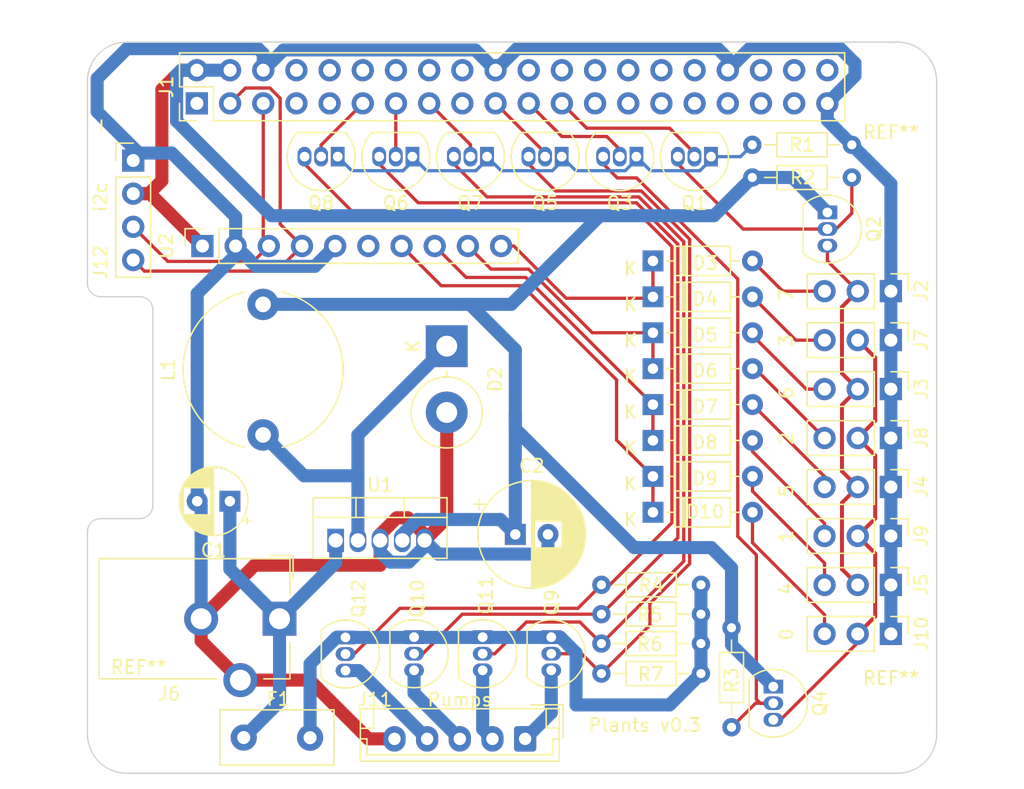
<source format=kicad_pcb>
(kicad_pcb (version 20211014) (generator pcbnew)
  (layers (0 "F.Cu" signal) (31 "B.Cu" signal) (34 "B.Paste" user) (35 "F.Paste" user) (36 "B.SilkS" user "B.Silkscreen") (37 "F.SilkS" user "F.Silkscreen") (38 "B.Mask" user) (39 "F.Mask" user) (44 "Edge.Cuts" user))
  (net 0 "")
  (net 1 "+12V")
  (net 2 "+5v")
  (net 3 "GND")
  (net 11 "GPIO11")
  (net 22 "Net-(J2-Pad2)")
  (net 24 "AIN3")
  (net 25 "AIN2")
  (net 26 "AIN1")
  (net 27 "AIN0")
  (net 28 "SCL")
  (net 29 "SDA")
  (net 30 "GPIO4")
  (net 36 "GPIO10")
  (net 37 "GPIO9")
  (net 38 "Net-(J10-Pad2)")
  (net 39 "Net-(D2-Pad1)")
  (net 40 "Net-(D4-Pad2)")
  (net 41 "Net-(D3-Pad2)")
  (net 42 "Net-(D10-Pad2)")
  (net 43 "+3v")
  (net 44 "GPIO5")
  (net 45 "Net-(Q5-Pad3)")
  (net 46 "Net-(Q3-Pad3)")
  (net 47 "Net-(D6-Pad2)")
  (net 48 "Net-(J11-Pad1)")
  (net 49 "Net-(Q1-Pad3)")
  (net 50 "Net-(Q10-Pad2)")
  (net 51 "Net-(Q11-Pad2)")
  (net 52 "Net-(Q12-Pad2)")
  (net 53 "SWCUR")
  (net 55 "GPIO22")
  (net 56 "GPIO27")
  (net 57 "GPIO17")
  (net 58 "Net-(D5-Pad2)")
  (net 59 "Net-(D8-Pad2)")
  (net 60 "Net-(D7-Pad2)")
  (net 61 "Net-(D9-Pad2)")
  (net 62 "Net-(J11-Pad2)")
  (net 63 "Net-(J11-Pad3)")
  (net 64 "Net-(J11-Pad4)")
  (net 65 "PROT_12v")
  (footprint "Package_TO_SOT_THT:TO-92_Inline" (layer "F.Cu") (at 39.37 24.405 180)
    (fp_text reference "Q6")
    (fp_text value "2N3904")
  )
  (footprint "Package_TO_SOT_THT:TO-92_Inline" (layer "F.Cu") (at 62.23 24.405 180)
    (fp_text reference "Q1")
    (fp_text value "2N3904")
  )
  (footprint "MountingHole:MountingHole_2.7mm_M2.5" (layer "F.Cu") (at 76 19.05)
    (fp_text reference "REF**")
    (fp_text value "MountingHole_2.7mm_M2.5")
  )
  (footprint "Inductor_THT:L_Radial_D12.0mm_P10.00mm_Neosid_SD12_style1" (layer "F.Cu") (at 27.94 45.72 90)
    (fp_text reference "L1")
    (fp_text value "100uH")
  )
  (footprint "MountingHole:MountingHole_2.7mm_M2.5" (layer "F.Cu") (at 18 19.05)
    (fp_text reference "-")
    (fp_text value "MountingHole_2.7mm_M2.5")
  )
  (footprint "Capacitor_THT:CP_Radial_D8.0mm_P2.50mm" (layer "F.Cu") (at 47.25 53.34)
    (fp_text reference "C2")
    (fp_text value "1000uF")
  )
  (footprint "Resistor_THT:R_Axial_DIN0204_L3.6mm_D1.6mm_P7.62mm_Horizontal" (layer "F.Cu") (at 53.84 59.45)
    (fp_text reference "R5")
    (fp_text value "10k")
  )
  (footprint "Package_TO_SOT_THT:TO-92_Inline" (layer "F.Cu") (at 34.25 61.23 -90)
    (fp_text reference "Q12")
    (fp_text value "S8550")
  )
  (footprint "Diode_THT:D_DO-35_SOD27_P7.62mm_Horizontal" (layer "F.Cu") (at 57.785 46.145)
    (fp_text reference "D8")
    (fp_text value "1n4148")
  )
  (footprint "Package_TO_SOT_THT:TO-92_Inline" (layer "F.Cu") (at 50 61.21 -90)
    (fp_text reference "Q9")
    (fp_text value "S8550")
  )
  (footprint "Connector_PinHeader_2.54mm:PinHeader_1x04_P2.54mm_Vertical" (layer "F.Cu") (at 18 24.7)
    (fp_text reference "J12")
    (fp_text value "Conn_01x04_Male")
  )
  (footprint "Resistor_THT:R_Axial_DIN0204_L3.6mm_D1.6mm_P7.62mm_Horizontal" (layer "F.Cu") (at 53.84 57.2)
    (fp_text reference "R4")
    (fp_text value "10k")
  )
  (footprint "Package_TO_SOT_THT:TO-92_Inline" (layer "F.Cu") (at 33.655 24.405 180)
    (fp_text reference "Q8")
    (fp_text value "2N3904")
  )
  (footprint "Package_TO_SOT_THT:TO-92_Inline" (layer "F.Cu") (at 56.515 24.405 180)
    (fp_text reference "Q3")
    (fp_text value "2N3904")
  )
  (footprint "Connector_PinHeader_2.54mm:PinHeader_1x03_P2.54mm_Vertical" (layer "F.Cu") (at 76 38.46 -90)
    (fp_text reference "J7")
    (fp_text value "Sensor")
  )
  (footprint "Capacitor_THT:CP_Radial_D5.0mm_P2.50mm" (layer "F.Cu") (at 25.4 50.8 180)
    (fp_text reference "C1")
    (fp_text value "100uF")
  )
  (footprint "Diode_THT:D_DO-35_SOD27_P7.62mm_Horizontal" (layer "F.Cu") (at 57.785 32.395)
    (fp_text reference "D3")
    (fp_text value "1n4148")
  )
  (footprint "Resistor_THT:R_Axial_DIN0204_L3.6mm_D1.6mm_P7.62mm_Horizontal" (layer "F.Cu") (at 73.01 26 180)
    (fp_text reference "R2")
    (fp_text value "10k")
  )
  (footprint "Connector_PinHeader_2.54mm:PinHeader_1x03_P2.54mm_Vertical" (layer "F.Cu") (at 76 45.96 -90)
    (fp_text reference "J8")
    (fp_text value "Sensor")
  )
  (footprint "Fuse:Fuse_Littelfuse_395Series" (layer "F.Cu") (at 26.46 68.9)
    (fp_text reference "F1")
    (fp_text value "Polyfuse")
  )
  (footprint "Diode_THT:D_DO-35_SOD27_P7.62mm_Horizontal" (layer "F.Cu") (at 57.785 37.895)
    (fp_text reference "D5")
    (fp_text value "1n4148")
  )
  (footprint "Connector_PinHeader_2.54mm:PinHeader_1x03_P2.54mm_Vertical" (layer "F.Cu") (at 76 57.21 -90)
    (fp_text reference "J5")
    (fp_text value "Sensor")
  )
  (footprint "Connector_PinHeader_2.54mm:PinHeader_1x03_P2.54mm_Vertical" (layer "F.Cu") (at 76 60.96 -90)
    (fp_text reference "J10")
    (fp_text value "Sensor")
  )
  (footprint "MountingHole:MountingHole_2.7mm_M2.5" (layer "F.Cu") (at 76 68.05)
    (fp_text reference "REF**")
    (fp_text value "MountingHole_2.7mm_M2.5")
  )
  (footprint "Package_TO_SOT_THT:TO-92_Inline" (layer "F.Cu") (at 39.5 61.21 -90)
    (fp_text reference "Q10")
    (fp_text value "S8550")
  )
  (footprint "Package_TO_SOT_THT:TO-92_Inline" (layer "F.Cu") (at 50.8 24.405 180)
    (fp_text reference "Q5")
    (fp_text value "2N3904")
  )
  (footprint "Diode_THT:D_DO-35_SOD27_P7.62mm_Horizontal" (layer "F.Cu") (at 57.785 51.645)
    (fp_text reference "D10")
    (fp_text value "1n4148")
  )
  (footprint "Resistor_THT:R_Axial_DIN0204_L3.6mm_D1.6mm_P7.62mm_Horizontal" (layer "F.Cu") (at 53.84 64)
    (fp_text reference "R7")
    (fp_text value "10k")
  )
  (footprint "Connector_PinHeader_2.54mm:PinHeader_1x03_P2.54mm_Vertical" (layer "F.Cu") (at 76 53.46 -90)
    (fp_text reference "J9")
    (fp_text value "Sensor")
  )
  (footprint "Package_TO_SOT_THT:TO-92_Inline" (layer "F.Cu") (at 67 65 -90)
    (fp_text reference "Q4")
    (fp_text value "S8550")
  )
  (footprint "Connector_PinHeader_2.54mm:PinHeader_1x03_P2.54mm_Vertical" (layer "F.Cu") (at 76 42.21 -90)
    (fp_text reference "J3")
    (fp_text value "Sensor")
  )
  (footprint "Diode_THT:D_DO-35_SOD27_P7.62mm_Horizontal" (layer "F.Cu") (at 57.785 40.645)
    (fp_text reference "D6")
    (fp_text value "1n4148")
  )
  (footprint "Package_TO_SOT_THT:TO-92_Inline" (layer "F.Cu") (at 71.14 28.68 -90)
    (fp_text reference "Q2")
    (fp_text value "S8550")
  )
  (footprint "Package_TO_SOT_THT:TO-92_Inline" (layer "F.Cu") (at 44.75 61.21 -90)
    (fp_text reference "Q11")
    (fp_text value "S8550")
  )
  (footprint "MountingHole:MountingHole_2.7mm_M2.5" (layer "F.Cu") (at 18 68.05)
    (fp_text reference "REF**")
    (fp_text value "MountingHole_2.7mm_M2.5")
  )
  (footprint "Connector_PinHeader_2.54mm:PinHeader_2x20_P2.54mm_Vertical" (layer "F.Cu") (at 22.875 20.325 90)
    (fp_text reference "J1")
    (fp_text value "Raspberry_Pi_2_3")
  )
  (footprint "Connector_PinSocket_2.54mm:PinSocket_1x10_P2.54mm_Vertical" (layer "F.Cu") (at 23.3 31.25 90)
    (fp_text reference "U2")
    (fp_text value "ADS1115_devboard")
  )
  (footprint "Package_TO_SOT_THT:TO-220-5_Vertical" (layer "F.Cu") (at 33.5 53.8)
    (fp_text reference "U1")
    (fp_text value "LM2576T-5")
  )
  (footprint "Connector_JST:JST_EH_B5B-EH-A_1x05_P2.50mm_Vertical" (layer "F.Cu") (at 48 69 180)
    (fp_text reference "J11")
    (fp_text value "Conn_01x05_Male")
  )
  (footprint "Diode_THT:D_DO-35_SOD27_P7.62mm_Horizontal" (layer "F.Cu") (at 57.785 43.395)
    (fp_text reference "D7")
    (fp_text value "1n4148")
  )
  (footprint "Diode_THT:D_DO-201AD_P5.08mm_Vertical_KathodeUp" (layer "F.Cu") (at 42 38.92 -90)
    (fp_text reference "D2")
    (fp_text value "1n5823")
  )
  (footprint "Package_TO_SOT_THT:TO-92_Inline" (layer "F.Cu") (at 45.085 24.405 180)
    (fp_text reference "Q7")
    (fp_text value "2N3904")
  )
  (footprint "Connector_PinHeader_2.54mm:PinHeader_1x03_P2.54mm_Vertical" (layer "F.Cu") (at 76 49.71 -90)
    (fp_text reference "J4")
    (fp_text value "Sensor")
  )
  (footprint "Connector_PinHeader_2.54mm:PinHeader_1x03_P2.54mm_Vertical" (layer "F.Cu") (at 76 34.71 -90)
    (fp_text reference "J2")
    (fp_text value "Sensor")
  )
  (footprint "Resistor_THT:R_Axial_DIN0204_L3.6mm_D1.6mm_P7.62mm_Horizontal" (layer "F.Cu") (at 63.8 68.11 90)
    (fp_text reference "R3")
    (fp_text value "10k")
  )
  (footprint "Resistor_THT:R_Axial_DIN0204_L3.6mm_D1.6mm_P7.62mm_Horizontal" (layer "F.Cu") (at 65.39 23.5)
    (fp_text reference "R1")
    (fp_text value "1k")
  )
  (footprint "Diode_THT:D_DO-35_SOD27_P7.62mm_Horizontal" (layer "F.Cu") (at 57.785 48.895)
    (fp_text reference "D9")
    (fp_text value "1n4148")
  )
  (footprint "Resistor_THT:R_Axial_DIN0204_L3.6mm_D1.6mm_P7.62mm_Horizontal" (layer "F.Cu") (at 53.84 61.7)
    (fp_text reference "R6")
    (fp_text value "10k")
  )
  (footprint "Diode_THT:D_DO-35_SOD27_P7.62mm_Horizontal" (layer "F.Cu") (at 57.785 35.145)
    (fp_text reference "D4")
    (fp_text value "1n4148")
  )
  (footprint "Connector_BarrelJack:BarrelJack_CUI_PJ-102AH_Horizontal" (layer "F.Cu") (at 29.2 59.8 -90)
    (fp_text reference "J6")
    (fp_text value "Barrel_Jack")
  )
  (gr_line (start 15.5 35.13132) (end 18.5 35.13132) (layer "Edge.Cuts") (width 0.1))
  (gr_arc (start 14.5 53.13132) (mid 14.792893 52.424213) (end 15.5 52.13132) (layer "Edge.Cuts") (width 0.1))
  (gr_arc (start 17.5 71.63132) (mid 15.37868 70.75264) (end 14.5 68.63132) (layer "Edge.Cuts") (width 0.1))
  (gr_arc (start 18.5 35.13132) (mid 19.207107 35.424213) (end 19.5 36.13132) (layer "Edge.Cuts") (width 0.1))
  (gr_line (start 19.5 36.13132) (end 19.5 51.13132) (layer "Edge.Cuts") (width 0.1))
  (gr_line (start 17.5 71.63132) (end 76.5 71.63132) (layer "Edge.Cuts") (width 0.1))
  (gr_line (start 14.5 18.63132) (end 14.5 34.13132) (layer "Edge.Cuts") (width 0.1))
  (gr_arc (start 19.5 51.13132) (mid 19.207107 51.838427) (end 18.5 52.13132) (layer "Edge.Cuts") (width 0.1))
  (gr_line (start 79.5 18.63132) (end 79.5 68.63132) (layer "Edge.Cuts") (width 0.1))
  (gr_line (start 14.5 53.13132) (end 14.5 68.63132) (layer "Edge.Cuts") (width 0.1))
  (gr_arc (start 79.5 68.63132) (mid 78.62132 70.75264) (end 76.5 71.63132) (layer "Edge.Cuts") (width 0.1))
  (gr_line (start 18.5 52.13132) (end 15.5 52.13132) (layer "Edge.Cuts") (width 0.1))
  (gr_line (start 17.5 15.63132) (end 76.5 15.63132) (layer "Edge.Cuts") (width 0.1))
  (gr_arc (start 76.5 15.63132) (mid 78.62132 16.51) (end 79.5 18.63132) (layer "Edge.Cuts") (width 0.1))
  (gr_arc (start 15.5 35.13132) (mid 14.792893 34.838427) (end 14.5 34.13132) (layer "Edge.Cuts") (width 0.1))
  (gr_arc (start 14.5 18.63132) (mid 15.37868 16.51) (end 17.5 15.63132) (layer "Edge.Cuts") (width 0.1))
  (gr_text "2" (at 68 46 90) (layer "F.SilkS") (effects (font (size 1 1))))
  (gr_text "4" (at 68 57.5 90) (layer "F.SilkS") (effects (font (size 1 1))))
  (gr_text "7" (at 68 35 90) (layer "F.SilkS") (effects (font (size 1 1))))
  (gr_text "Pumps" (at 43 66) (layer "F.SilkS") (effects (font (size 1 1))))
  (gr_text "5" (at 68 50 90) (layer "F.SilkS") (effects (font (size 1 1))))
  (gr_text "i2c" (at 15.5 27.5 90) (layer "F.SilkS") (effects (font (size 1 1))))
  (gr_text "3" (at 68 38.5 90) (layer "F.SilkS") (effects (font (size 1 1))))
  (gr_text "1" (at 68 53.5 90) (layer "F.SilkS") (effects (font (size 1 1))))
  (gr_text "6" (at 68 42.5 90) (layer "F.SilkS") (effects (font (size 1 1))))
  (gr_text "Plants v0.3" (at 57.15 67.945) (layer "F.SilkS") (effects (font (size 1 1))))
  (gr_text "0" (at 68 61 90) (layer "F.SilkS") (effects (font (size 1 1))))
  (segment (start 33.5 55.5) (end 29.2 59.8) (width 1) (layer "B.Cu") (net 1))
  (segment (start 29.2 66.16) (end 26.46 68.9) (width 1) (layer "B.Cu") (net 1))
  (segment (start 25.4 50.8) (end 25.4 56) (width 1) (layer "B.Cu") (net 1))
  (segment (start 33.5 53.8) (end 33.5 55.5) (width 1) (layer "B.Cu") (net 1))
  (segment (start 25.4 56) (end 29.2 59.8) (width 1) (layer "B.Cu") (net 1))
  (segment (start 29.2 59.8) (end 29.2 66.16) (width 1) (layer "B.Cu") (net 1))
  (segment (start 22.875 30.825) (end 23.3 31.25) (width 0.25) (layer "F.Cu") (net 2))
  (segment (start 20.195286 19.262633) (end 20.195286 26.246795) (width 1) (layer "F.Cu") (net 2))
  (segment (start 22.875 17.785) (end 21.672919 17.785) (width 1) (layer "F.Cu") (net 2))
  (segment (start 18 27.24) (end 19.29 27.24) (width 1) (layer "F.Cu") (net 2))
  (segment (start 20.195286 26.246795) (end 19.202081 27.24) (width 1) (layer "F.Cu") (net 2))
  (segment (start 21.672919 17.785) (end 20.195286 19.262633) (width 1) (layer "F.Cu") (net 2))
  (segment (start 19.202081 27.24) (end 18 27.24) (width 1) (layer "F.Cu") (net 2))
  (segment (start 19.29 27.24) (end 23.3 31.25) (width 1) (layer "F.Cu") (net 2))
  (segment (start 62.462711 28.927289) (end 53.727289 28.927289) (width 1) (layer "B.Cu") (net 2))
  (segment (start 47.25 45.25) (end 47.25 44.05) (width 1) (layer "B.Cu") (net 2))
  (segment (start 25.415 17.785) (end 22.875 17.785) (width 1) (layer "B.Cu") (net 2))
  (segment (start 65.39 26) (end 62.462711 28.927289) (width 1) (layer "B.Cu") (net 2))
  (segment (start 63.8 55.9) (end 62.25 54.35) (width 1) (layer "B.Cu") (net 2))
  (segment (start 62.25 54.35) (end 56.35 54.35) (width 1) (layer "B.Cu") (net 2))
  (segment (start 65.39 26) (end 68.46 26) (width 1) (layer "B.Cu") (net 2))
  (segment (start 21.322289 18.13563) (end 21.672919 17.785) (width 1) (layer "B.Cu") (net 2))
  (segment (start 53.727289 28.927289) (end 28.575 28.927289) (width 1) (layer "B.Cu") (net 2))
  (segment (start 63.8 60.49) (end 63.8 55.9) (width 1) (layer "B.Cu") (net 2))
  (segment (start 47.25 39.2) (end 43.77 35.72) (width 1) (layer "B.Cu") (net 2))
  (segment (start 68.46 26) (end 71.14 28.68) (width 1) (layer "B.Cu") (net 2))
  (segment (start 38.6 53.8) (end 38.6 53.342143) (width 1) (layer "B.Cu") (net 2))
  (segment (start 63.8 60.49) (end 63.8 61.8) (width 1) (layer "B.Cu") (net 2))
  (segment (start 46.934578 35.72) (end 53.727289 28.927289) (width 1) (layer "B.Cu") (net 2))
  (segment (start 43.77 35.72) (end 46.934578 35.72) (width 1) (layer "B.Cu") (net 2))
  (segment (start 47.25 48.2) (end 47.25 53.34) (width 1) (layer "B.Cu") (net 2))
  (segment (start 56.35 54.35) (end 47.25 45.25) (width 1) (layer "B.Cu") (net 2))
  (segment (start 21.322289 21.674578) (end 21.322289 18.13563) (width 1) (layer "B.Cu") (net 2))
  (segment (start 39.744863 52.19728) (end 46.10728 52.19728) (width 1) (layer "B.Cu") (net 2))
  (segment (start 47.25 44.05) (end 47.25 39.2) (width 1) (layer "B.Cu") (net 2))
  (segment (start 47.25 48.2) (end 47.25 44.05) (width 1) (layer "B.Cu") (net 2))
  (segment (start 46.10728 52.19728) (end 47.25 53.34) (width 1) (layer "B.Cu") (net 2))
  (segment (start 38.6 53.342143) (end 39.744863 52.19728) (width 1) (layer "B.Cu") (net 2))
  (segment (start 28.575 28.927289) (end 21.322289 21.674578) (width 1) (layer "B.Cu") (net 2))
  (segment (start 43.77 35.72) (end 27.94 35.72) (width 1) (layer "B.Cu") (net 2))
  (segment (start 63.8 61.8) (end 67 65) (width 1) (layer "B.Cu") (net 2))
  (segment (start 21.672919 17.785) (end 22.875 17.785) (width 1) (layer "B.Cu") (net 2))
  (segment (start 38.172143 52.07) (end 36.9 53.342143) (width 1) (layer "F.Cu") (net 3))
  (segment (start 27.3 55.7) (end 23.2 59.8) (width 1) (layer "F.Cu") (net 3))
  (segment (start 31.5 64.5) (end 36 69) (width 1) (layer "F.Cu") (net 3))
  (segment (start 26.2 64.5) (end 31.5 64.5) (width 1) (layer "F.Cu") (net 3))
  (segment (start 40.3 53.342143) (end 39.027857 52.07) (width 1) (layer "F.Cu") (net 3))
  (segment (start 40.3 53.8) (end 40.3 53.342143) (width 1) (layer "F.Cu") (net 3))
  (segment (start 39.027857 52.07) (end 38.172143 52.07) (width 1) (layer "F.Cu") (net 3))
  (segment (start 23.2 61.5) (end 26.2 64.5) (width 1) (layer "F.Cu") (net 3))
  (segment (start 42 44) (end 42 52.1) (width 1) (layer "F.Cu") (net 3))
  (segment (start 36 69) (end 38 69) (width 1) (layer "F.Cu") (net 3))
  (segment (start 42 52.1) (end 40.3 53.8) (width 1) (layer "F.Cu") (net 3))
  (segment (start 36.9 55.7) (end 27.3 55.7) (width 1) (layer "F.Cu") (net 3))
  (segment (start 36.9 53.8) (end 36.9 55.7) (width 1) (layer "F.Cu") (net 3))
  (segment (start 23.2 59.8) (end 23.2 61.5) (width 1) (layer "F.Cu") (net 3))
  (segment (start 36.9 53.342143) (end 36.9 53.8) (width 1) (layer "F.Cu") (net 3))
  (segment (start 18.415 24.13) (end 20.955 24.13) (width 1) (layer "B.Cu") (net 3))
  (segment (start 25.84 31.945) (end 25.84 31.25) (width 1) (layer "B.Cu") (net 3))
  (segment (start 40.3 53.8) (end 40.3 54.258759) (width 1) (layer "B.Cu") (net 3))
  (segment (start 23.2 51.1) (end 22.9 50.8) (width 1) (layer "B.Cu") (net 3))
  (segment (start 20.955 24.13) (end 25.84 29.015) (width 1) (layer "B.Cu") (net 3))
  (segment (start 27.392711 32.802711) (end 25.84 31.25) (width 1) (layer "B.Cu") (net 3))
  (segment (start 76 34.71) (end 76 26.49) (width 1) (layer "B.Cu") (net 3))
  (segment (start 40.3 53.8) (end 41.342711 54.842711) (width 1) (layer "B.Cu") (net 3))
  (segment (start 25.84 29.015) (end 25.84 31.25) (width 1) (layer "B.Cu") (net 3))
  (segment (start 73.25 18.21) (end 71.135 20.325) (width 1) (layer "B.Cu") (net 3))
  (segment (start 37.680577 55.460577) (end 36.9 54.68) (width 1) (layer "B.Cu") (net 3))
  (segment (start 47.38866 16.13134) (end 62.75 16.13134) (width 1) (layer "B.Cu") (net 3))
  (segment (start 63.515 17.785) (end 65.16866 16.13134) (width 1) (layer "B.Cu") (net 3))
  (segment (start 15.24 20.955) (end 18.415 24.13) (width 1) (layer "B.Cu") (net 3))
  (segment (start 27.955 16.525) (end 27.56134 16.13134) (width 1) (layer "B.Cu") (net 3))
  (segment (start 44.182289 16.232289) (end 45.735 17.785) (width 1) (layer "B.Cu") (net 3))
  (segment (start 40.3 54.258759) (end 39.098182 55.460577) (width 1) (layer "B.Cu") (net 3))
  (segment (start 17.52366 16.13134) (end 15.24 18.415) (width 1) (layer "B.Cu") (net 3))
  (segment (start 49.75 54.47137) (end 49.75 53.34) (width 1) (layer "B.Cu") (net 3))
  (segment (start 31.907289 32.802711) (end 27.392711 32.802711) (width 1) (layer "B.Cu") (net 3))
  (segment (start 36.9 54.68) (end 36.9 53.8) (width 1) (layer "B.Cu") (net 3))
  (segment (start 23.2 59.8) (end 23.2 51.1) (width 1) (layer "B.Cu") (net 3))
  (segment (start 22.9 34.885) (end 25.84 31.945) (width 1) (layer "B.Cu") (net 3))
  (segment (start 72.13134 16.13134) (end 73.25 17.25) (width 1) (layer "B.Cu") (net 3))
  (segment (start 15.24 18.415) (end 15.24 20.955) (width 1) (layer "B.Cu") (net 3))
  (segment (start 76 60.96) (end 76 34.71) (width 1) (layer "B.Cu") (net 3))
  (segment (start 27.955 17.785) (end 27.955 16.525) (width 1) (layer "B.Cu") (net 3))
  (segment (start 41.342711 54.842711) (end 49.378659 54.842711) (width 1) (layer "B.Cu") (net 3))
  (segment (start 71.135 20.325) (end 71.135 21.625) (width 1) (layer "B.Cu") (net 3))
  (segment (start 22.9 50.8) (end 22.9 34.885) (width 1) (layer "B.Cu") (net 3))
  (segment (start 63.515 16.89634) (end 63.515 17.785) (width 1) (layer "B.Cu") (net 3))
  (segment (start 73.25 17.25) (end 73.25 18.21) (width 1) (layer "B.Cu") (net 3))
  (segment (start 45.735 17.785) (end 47.38866 16.13134) (width 1) (layer "B.Cu") (net 3))
  (segment (start 27.56134 16.13134) (end 17.52366 16.13134) (width 1) (layer "B.Cu") (net 3))
  (segment (start 71.135 21.625) (end 73.01 23.5) (width 1) (layer "B.Cu") (net 3))
  (segment (start 33.46 31.25) (end 31.907289 32.802711) (width 1) (layer "B.Cu") (net 3))
  (segment (start 65.16866 16.13134) (end 72.13134 16.13134) (width 1) (layer "B.Cu") (net 3))
  (segment (start 29.507711 16.232289) (end 44.182289 16.232289) (width 1) (layer "B.Cu") (net 3))
  (segment (start 49.378659 54.842711) (end 49.75 54.47137) (width 1) (layer "B.Cu") (net 3))
  (segment (start 27.955 17.785) (end 29.507711 16.232289) (width 1) (layer "B.Cu") (net 3))
  (segment (start 62.75 16.13134) (end 63.515 16.89634) (width 1) (layer "B.Cu") (net 3))
  (segment (start 39.098182 55.460577) (end 37.680577 55.460577) (width 1) (layer "B.Cu") (net 3))
  (segment (start 76 26.49) (end 73.01 23.5) (width 1) (layer "B.Cu") (net 3))
  (segment (start 59.055 22.225) (end 60.96 24.13) (width 0.25) (layer "F.Cu") (net 11))
  (segment (start 50.815 20.325) (end 52.715 22.225) (width 0.25) (layer "F.Cu") (net 11))
  (segment (start 60.96 24.13) (end 60.96 24.405) (width 0.25) (layer "F.Cu") (net 11))
  (segment (start 52.715 22.225) (end 59.055 22.225) (width 0.25) (layer "F.Cu") (net 11))
  (segment (start 71.14 31.22) (end 71.14 32.39) (width 0.25) (layer "F.Cu") (net 22))
  (segment (start 72.254889 56.004889) (end 73.46 57.21) (width 0.3048) (layer "F.Cu") (net 22))
  (segment (start 72.254889 35.915111) (end 72.254889 41.004889) (width 0.3048) (layer "F.Cu") (net 22))
  (segment (start 71.14 32.39) (end 73.46 34.71) (width 0.25) (layer "F.Cu") (net 22))
  (segment (start 72.254889 50.915111) (end 72.254889 56.004889) (width 0.3048) (layer "F.Cu") (net 22))
  (segment (start 73.46 49.71) (end 72.254889 50.915111) (width 0.3048) (layer "F.Cu") (net 22))
  (segment (start 72.254889 48.504889) (end 73.46 49.71) (width 0.3048) (layer "F.Cu") (net 22))
  (segment (start 73.46 34.71) (end 72.254889 35.915111) (width 0.3048) (layer "F.Cu") (net 22))
  (segment (start 73.46 42.21) (end 72.254889 43.415111) (width 0.3048) (layer "F.Cu") (net 22))
  (segment (start 72.254889 41.004889) (end 73.46 42.21) (width 0.3048) (layer "F.Cu") (net 22))
  (segment (start 72.254889 43.415111) (end 72.254889 48.504889) (width 0.3048) (layer "F.Cu") (net 22))
  (segment (start 57.68 35.25) (end 57.785 35.145) (width 0.25) (layer "F.Cu") (net 24))
  (segment (start 51.140242 35.25) (end 57.68 35.25) (width 0.25) (layer "F.Cu") (net 24))
  (segment (start 46.16 31.25) (end 47.140242 31.25) (width 0.25) (layer "F.Cu") (net 24))
  (segment (start 47.140242 31.25) (end 51.140242 35.25) (width 0.25) (layer "F.Cu") (net 24))
  (segment (start 57.785 32.395) (end 57.785 35.145) (width 0.25) (layer "F.Cu") (net 24))
  (segment (start 57.785 37.895) (end 53.145 37.895) (width 0.25) (layer "F.Cu") (net 25))
  (segment (start 45.39 33.02) (end 43.62 31.25) (width 0.25) (layer "F.Cu") (net 25))
  (segment (start 57.785 37.895) (end 57.785 40.645) (width 0.25) (layer "F.Cu") (net 25))
  (segment (start 48.27 33.02) (end 45.39 33.02) (width 0.25) (layer "F.Cu") (net 25))
  (segment (start 53.145 37.895) (end 48.27 33.02) (width 0.25) (layer "F.Cu") (net 25))
  (segment (start 43.485 33.655) (end 41.08 31.25) (width 0.25) (layer "F.Cu") (net 26))
  (segment (start 57.785 43.395) (end 48.045 33.655) (width 0.25) (layer "F.Cu") (net 26))
  (segment (start 48.045 33.655) (end 43.485 33.655) (width 0.25) (layer "F.Cu") (net 26))
  (segment (start 57.785 43.395) (end 57.785 46.145) (width 0.25) (layer "F.Cu") (net 26))
  (segment (start 47.79 34.29) (end 41.58 34.29) (width 0.25) (layer "F.Cu") (net 27))
  (segment (start 57.785 48.895) (end 57.785 51.645) (width 0.25) (layer "F.Cu") (net 27))
  (segment (start 57.785 48.895) (end 55 46.11) (width 0.25) (layer "F.Cu") (net 27))
  (segment (start 55 46.11) (end 55 41.5) (width 0.25) (layer "F.Cu") (net 27))
  (segment (start 55 41.5) (end 47.79 34.29) (width 0.25) (layer "F.Cu") (net 27))
  (segment (start 41.58 34.29) (end 38.54 31.25) (width 0.25) (layer "F.Cu") (net 27))
  (segment (start 20.647711 32.427711) (end 18 29.78) (width 0.25) (layer "F.Cu") (net 28))
  (segment (start 27.955 20.325) (end 27.955 30.825) (width 0.25) (layer "F.Cu") (net 28))
  (segment (start 27.955 30.825) (end 28.38 31.25) (width 0.25) (layer "F.Cu") (net 28))
  (segment (start 28.38 31.25) (end 27.202289 32.427711) (width 0.25) (layer "F.Cu") (net 28))
  (segment (start 27.202289 32.427711) (end 20.647711 32.427711) (width 0.25) (layer "F.Cu") (net 28))
  (segment (start 18.85 33.17) (end 18 32.32) (width 0.25) (layer "F.Cu") (net 29))
  (segment (start 25.415 20.325) (end 26.592711 19.147289) (width 0.25) (layer "F.Cu") (net 29))
  (segment (start 26.592711 19.147289) (end 28.464578 19.147289) (width 0.25) (layer "F.Cu") (net 29))
  (segment (start 28.464578 19.147289) (end 29.25 19.932711) (width 0.25) (layer "F.Cu") (net 29))
  (segment (start 30.92 31.25) (end 29 33.17) (width 0.25) (layer "F.Cu") (net 29))
  (segment (start 29 33.17) (end 18.85 33.17) (width 0.25) (layer "F.Cu") (net 29))
  (segment (start 29.25 19.932711) (end 29.25 29.58) (width 0.25) (layer "F.Cu") (net 29))
  (segment (start 29.25 29.58) (end 30.92 31.25) (width 0.25) (layer "F.Cu") (net 29))
  (segment (start 49.53 24.12) (end 49.53 24.405) (width 0.25) (layer "F.Cu") (net 36))
  (segment (start 45.735 20.325) (end 49.53 24.12) (width 0.25) (layer "F.Cu") (net 36))
  (segment (start 50.81 22.86) (end 54.25 22.86) (width 0.25) (layer "F.Cu") (net 37))
  (segment (start 55.245 23.855) (end 55.245 24.405) (width 0.25) (layer "F.Cu") (net 37))
  (segment (start 48.275 20.325) (end 50.81 22.86) (width 0.25) (layer "F.Cu") (net 37))
  (segment (start 54.25 22.86) (end 55.245 23.855) (width 0.25) (layer "F.Cu") (net 37))
  (segment (start 73.46 61.63) (end 73.46 60.96) (width 0.25) (layer "F.Cu") (net 38))
  (segment (start 74.794889 44.625111) (end 73.46 45.96) (width 0.3048) (layer "F.Cu") (net 38))
  (segment (start 73.46 53.46) (end 74.794889 54.794889) (width 0.3048) (layer "F.Cu") (net 38))
  (segment (start 73.46 45.96) (end 74.794889 47.294889) (width 0.3048) (layer "F.Cu") (net 38))
  (segment (start 67.55 67.54) (end 73.46 61.63) (width 0.25) (layer "F.Cu") (net 38))
  (segment (start 73.46 38.46) (end 74.794889 39.794889) (width 0.3048) (layer "F.Cu") (net 38))
  (segment (start 74.794889 59.625111) (end 73.46 60.96) (width 0.3048) (layer "F.Cu") (net 38))
  (segment (start 74.794889 52.125111) (end 73.46 53.46) (width 0.3048) (layer "F.Cu") (net 38))
  (segment (start 74.794889 47.294889) (end 74.794889 52.125111) (width 0.3048) (layer "F.Cu") (net 38))
  (segment (start 67 67.54) (end 67.55 67.54) (width 0.25) (layer "F.Cu") (net 38))
  (segment (start 74.794889 39.794889) (end 74.794889 44.625111) (width 0.3048) (layer "F.Cu") (net 38))
  (segment (start 74.794889 54.794889) (end 74.794889 59.625111) (width 0.3048) (layer "F.Cu") (net 38))
  (segment (start 31.07 48.85) (end 27.94 45.72) (width 1) (layer "B.Cu") (net 39))
  (segment (start 35.2 48.85) (end 31.07 48.85) (width 1) (layer "B.Cu") (net 39))
  (segment (start 42 38.92) (end 35.2 45.72) (width 1) (layer "B.Cu") (net 39))
  (segment (start 35.2 53.8) (end 35.2 48.85) (width 1) (layer "B.Cu") (net 39))
  (segment (start 35.2 45.72) (end 35.2 48.85) (width 1) (layer "B.Cu") (net 39))
  (segment (start 70.92 38.46) (end 68.72 38.46) (width 0.25) (layer "F.Cu") (net 40))
  (segment (start 68.72 38.46) (end 65.405 35.145) (width 0.25) (layer "F.Cu") (net 40))
  (segment (start 70.92 34.71) (end 67.72 34.71) (width 0.25) (layer "F.Cu") (net 41))
  (segment (start 67.72 34.71) (end 65.405 32.395) (width 0.25) (layer "F.Cu") (net 41))
  (segment (start 65.405 53.975) (end 65.405 51.645) (width 0.25) (layer "F.Cu") (net 42))
  (segment (start 70.92 60.96) (end 70.92 59.49) (width 0.25) (layer "F.Cu") (net 42))
  (segment (start 70.92 59.49) (end 65.405 53.975) (width 0.25) (layer "F.Cu") (net 42))
  (segment (start 50.33956 27.03456) (end 48.26 24.955) (width 0.25) (layer "F.Cu") (net 45))
  (segment (start 53.84 64) (end 57.55 60.29) (width 0.25) (layer "F.Cu") (net 45))
  (segment (start 60.595439 30.734713) (end 56.895287 27.034561) (width 0.25) (layer "F.Cu") (net 45))
  (segment (start 60.595439 55.584803) (end 60.595439 30.734713) (width 0.25) (layer "F.Cu") (net 45))
  (segment (start 57.55 60.29) (end 57.55 58.630242) (width 0.25) (layer "F.Cu") (net 45))
  (segment (start 48.26 24.955) (end 48.26 24.405) (width 0.25) (layer "F.Cu") (net 45))
  (segment (start 52.32 62.48) (end 50 62.48) (width 0.25) (layer "F.Cu") (net 45))
  (segment (start 57.55 58.630242) (end 60.595439 55.584803) (width 0.25) (layer "F.Cu") (net 45))
  (segment (start 56.895287 27.034561) (end 50.33956 27.03456) (width 0.25) (layer "F.Cu") (net 45))
  (segment (start 53.84 64) (end 52.32 62.48) (width 0.25) (layer "F.Cu") (net 45))
  (segment (start 66.004512 66.27) (end 67 66.27) (width 0.25) (layer "F.Cu") (net 46))
  (segment (start 65.7 65.965488) (end 66.004512 66.27) (width 0.25) (layer "F.Cu") (net 46))
  (segment (start 64.277289 53.487531) (end 65.7 54.910242) (width 0.25) (layer "F.Cu") (net 46))
  (segment (start 55.055 26.035) (end 56.535968 26.035) (width 0.25) (layer "F.Cu") (net 46))
  (segment (start 65.64 66.27) (end 63.8 68.11) (width 0.25) (layer "F.Cu") (net 46))
  (segment (start 65.7 54.910242) (end 65.7 65.965488) (width 0.25) (layer "F.Cu") (net 46))
  (segment (start 56.535968 26.035) (end 64.277289 33.776321) (width 0.25) (layer "F.Cu") (net 46))
  (segment (start 64.277289 33.776321) (end 64.277289 53.487531) (width 0.25) (layer "F.Cu") (net 46))
  (segment (start 67 66.27) (end 65.64 66.27) (width 0.25) (layer "F.Cu") (net 46))
  (segment (start 53.975 24.955) (end 55.055 26.035) (width 0.25) (layer "F.Cu") (net 46))
  (segment (start 53.975 24.405) (end 53.975 24.955) (width 0.25) (layer "F.Cu") (net 46))
  (segment (start 70.92 45.96) (end 65.605 40.645) (width 0.25) (layer "F.Cu") (net 47))
  (segment (start 65.605 40.645) (end 65.405 40.645) (width 0.25) (layer "F.Cu") (net 47))
  (segment (start 50 63.75) (end 50 67) (width 1) (layer "B.Cu") (net 48))
  (segment (start 50 67) (end 48 69) (width 1) (layer "B.Cu") (net 48))
  (segment (start 71.14 29.95) (end 71.800422 29.95) (width 0.25) (layer "F.Cu") (net 49))
  (segment (start 71.800422 29.95) (end 73.01 28.740422) (width 0.25) (layer "F.Cu") (net 49))
  (segment (start 73.01 28.740422) (end 73.01 26) (width 0.25) (layer "F.Cu") (net 49))
  (segment (start 59.69 24.955) (end 64.685 29.95) (width 0.25) (layer "F.Cu") (net 49))
  (segment (start 59.69 24.405) (end 59.69 24.955) (width 0.25) (layer "F.Cu") (net 49))
  (segment (start 64.685 29.95) (end 71.14 29.95) (width 0.25) (layer "F.Cu") (net 49))
  (segment (start 36.83 24.955) (end 39.815 27.94) (width 0.25) (layer "F.Cu") (net 50))
  (segment (start 59.69 31.109758) (end 59.69 53.6) (width 0.25) (layer "F.Cu") (net 50))
  (segment (start 40.160422 62.48) (end 39.5 62.48) (width 0.25) (layer "F.Cu") (net 50))
  (segment (start 53.84 59.45) (end 43.190422 59.45) (width 0.25) (layer "F.Cu") (net 50))
  (segment (start 39.815 27.94) (end 56.520242 27.94) (width 0.25) (layer "F.Cu") (net 50))
  (segment (start 56.520242 27.94) (end 59.69 31.109758) (width 0.25) (layer "F.Cu") (net 50))
  (segment (start 43.190422 59.45) (end 40.160422 62.48) (width 0.25) (layer "F.Cu") (net 50))
  (segment (start 36.83 24.405) (end 36.83 24.955) (width 0.25) (layer "F.Cu") (net 50))
  (segment (start 59.69 53.6) (end 53.84 59.45) (width 0.25) (layer "F.Cu") (net 50))
  (segment (start 60.142719 55.397281) (end 53.84 61.7) (width 0.25) (layer "F.Cu") (net 51))
  (segment (start 48.1 60.05) (end 45.67 62.48) (width 0.25) (layer "F.Cu") (net 51))
  (segment (start 56.707764 27.48728) (end 60.142719 30.922235) (width 0.25) (layer "F.Cu") (net 51))
  (segment (start 53.84 61.7) (end 52.19 60.05) (width 0.25) (layer "F.Cu") (net 51))
  (segment (start 45.67 62.48) (end 44.75 62.48) (width 0.25) (layer "F.Cu") (net 51))
  (segment (start 42.545 24.405) (end 42.545 24.955) (width 0.25) (layer "F.Cu") (net 51))
  (segment (start 60.142719 30.922235) (end 60.142719 55.397281) (width 0.25) (layer "F.Cu") (net 51))
  (segment (start 45.07728 27.48728) (end 56.707764 27.48728) (width 0.25) (layer "F.Cu") (net 51))
  (segment (start 42.545 24.955) (end 45.07728 27.48728) (width 0.25) (layer "F.Cu") (net 51))
  (segment (start 52.19 60.05) (end 48.1 60.05) (width 0.25) (layer "F.Cu") (net 51))
  (segment (start 59.23728 52.448142) (end 54.485422 57.2) (width 0.25) (layer "F.Cu") (net 52))
  (segment (start 34.712289 28.552289) (end 31.115 24.955) (width 0.25) (layer "F.Cu") (net 52))
  (segment (start 59.23728 31.29728) (end 56.492289 28.552289) (width 0.25) (layer "F.Cu") (net 52))
  (segment (start 54.485422 57.2) (end 53.84 57.2) (width 0.25) (layer "F.Cu") (net 52))
  (segment (start 31.115 24.955) (end 31.115 24.405) (width 0.25) (layer "F.Cu") (net 52))
  (segment (start 34.910422 62.5) (end 34.25 62.5) (width 0.25) (layer "F.Cu") (net 52))
  (segment (start 56.492289 28.552289) (end 34.712289 28.552289) (width 0.25) (layer "F.Cu") (net 52))
  (segment (start 53.84 57.2) (end 52.04272 58.99728) (width 0.25) (layer "F.Cu") (net 52))
  (segment (start 38.413142 58.99728) (end 34.910422 62.5) (width 0.25) (layer "F.Cu") (net 52))
  (segment (start 52.04272 58.99728) (end 38.413142 58.99728) (width 0.25) (layer "F.Cu") (net 52))
  (segment (start 59.23728 52.448142) (end 59.23728 31.29728) (width 0.25) (layer "F.Cu") (net 52))
  (segment (start 61.37728 25.48272) (end 62.23 24.63) (width 0.25) (layer "B.Cu") (net 53))
  (segment (start 45.085 24.405) (end 46.16272 25.48272) (width 0.25) (layer "B.Cu") (net 53))
  (segment (start 55.66228 25.48272) (end 56.515 24.63) (width 0.25) (layer "B.Cu") (net 53))
  (segment (start 56.515 24.63) (end 56.515 24.405) (width 0.25) (layer "B.Cu") (net 53))
  (segment (start 57.59272 25.48272) (end 61.37728 25.48272) (width 0.25) (layer "B.Cu") (net 53))
  (segment (start 39.37 24.765) (end 39.37 24.405) (width 0.25) (layer "B.Cu") (net 53))
  (segment (start 51.87772 25.48272) (end 55.66228 25.48272) (width 0.25) (layer "B.Cu") (net 53))
  (segment (start 34.73272 25.48272) (end 38.65228 25.48272) (width 0.25) (layer "B.Cu") (net 53))
  (segment (start 33.655 24.405) (end 34.73272 25.48272) (width 0.25) (layer "B.Cu") (net 53))
  (segment (start 45.085 24.63) (end 45.085 24.405) (width 0.25) (layer "B.Cu") (net 53))
  (segment (start 56.515 24.405) (end 57.59272 25.48272) (width 0.25) (layer "B.Cu") (net 53))
  (segment (start 40.44772 25.48272) (end 44.23228 25.48272) (width 0.25) (layer "B.Cu") (net 53))
  (segment (start 64.485 24.405) (end 65.39 23.5) (width 0.25) (layer "B.Cu") (net 53))
  (segment (start 39.37 24.405) (end 40.44772 25.48272) (width 0.25) (layer "B.Cu") (net 53))
  (segment (start 38.65228 25.48272) (end 39.37 24.765) (width 0.25) (layer "B.Cu") (net 53))
  (segment (start 46.16272 25.48272) (end 50.08228 25.48272) (width 0.25) (layer "B.Cu") (net 53))
  (segment (start 62.23 24.405) (end 64.485 24.405) (width 0.25) (layer "B.Cu") (net 53))
  (segment (start 50.08228 25.48272) (end 50.8 24.765) (width 0.25) (layer "B.Cu") (net 53))
  (segment (start 44.23228 25.48272) (end 45.085 24.63) (width 0.25) (layer "B.Cu") (net 53))
  (segment (start 50.8 24.405) (end 51.87772 25.48272) (width 0.25) (layer "B.Cu") (net 53))
  (segment (start 50.8 24.765) (end 50.8 24.405) (width 0.25) (layer "B.Cu") (net 53))
  (segment (start 43.815 23.485) (end 40.655 20.325) (width 0.25) (layer "F.Cu") (net 55))
  (segment (start 43.815 24.405) (end 43.815 23.485) (width 0.25) (layer "F.Cu") (net 55))
  (segment (start 38.1 24.405) (end 38.1 20.34) (width 0.25) (layer "F.Cu") (net 56))
  (segment (start 38.1 20.34) (end 38.115 20.325) (width 0.25) (layer "F.Cu") (net 56))
  (segment (start 32.385 24.405) (end 32.385 23.515) (width 0.25) (layer "F.Cu") (net 57))
  (segment (start 32.385 23.515) (end 35.575 20.325) (width 0.25) (layer "F.Cu") (net 57))
  (segment (start 65.405 38.1) (end 65.405 37.895) (width 0.25) (layer "F.Cu") (net 58))
  (segment (start 70.92 42.21) (end 69.515 42.21) (width 0.25) (layer "F.Cu") (net 58))
  (segment (start 69.515 42.21) (end 65.405 38.1) (width 0.25) (layer "F.Cu") (net 58))
  (segment (start 70.92 53.46) (end 70.92 52.505) (width 0.25) (layer "F.Cu") (net 59))
  (segment (start 65.405 46.99) (end 65.405 46.145) (width 0.25) (layer "F.Cu") (net 59))
  (segment (start 70.92 52.505) (end 65.405 46.99) (width 0.25) (layer "F.Cu") (net 59))
  (segment (start 70.92 48.91) (end 70.92 49.71) (width 0.25) (layer "F.Cu") (net 60))
  (segment (start 65.405 43.395) (end 70.92 48.91) (width 0.25) (layer "F.Cu") (net 60))
  (segment (start 70.92 55.54137) (end 70.92 57.21) (width 0.25) (layer "F.Cu") (net 61))
  (segment (start 65.405 48.895) (end 65.405 50.02637) (width 0.25) (layer "F.Cu") (net 61))
  (segment (start 65.405 50.02637) (end 70.92 55.54137) (width 0.25) (layer "F.Cu") (net 61))
  (segment (start 44.75 68.25) (end 45.5 69) (width 1) (layer "B.Cu") (net 62))
  (segment (start 44.75 63.75) (end 44.75 68.25) (width 1) (layer "B.Cu") (net 62))
  (segment (start 39.5 65.5) (end 43 69) (width 1) (layer "B.Cu") (net 63))
  (segment (start 39.5 63.75) (end 39.5 65.5) (width 1) (layer "B.Cu") (net 63))
  (segment (start 34.25 63.77) (end 35.27 63.77) (width 1) (layer "B.Cu") (net 64))
  (segment (start 35.27 63.77) (end 40.5 69) (width 1) (layer "B.Cu") (net 64))
  (segment (start 51.9 66.4) (end 59.06 66.4) (width 1) (layer "B.Cu") (net 65))
  (segment (start 51.9 62.418742) (end 51.9 66.4) (width 1) (layer "B.Cu") (net 65))
  (segment (start 50 61.21) (end 50.691258 61.21) (width 1) (layer "B.Cu") (net 65))
  (segment (start 61.46 64) (end 61.46 57.2) (width 1) (layer "B.Cu") (net 65))
  (segment (start 50.691258 61.21) (end 51.9 62.418742) (width 1) (layer "B.Cu") (net 65))
  (segment (start 33.558742 61.23) (end 34.25 61.23) (width 1) (layer "B.Cu") (net 65))
  (segment (start 34.25 61.23) (end 49.98 61.23) (width 1) (layer "B.Cu") (net 65))
  (segment (start 31.54 63.248742) (end 33.558742 61.23) (width 1) (layer "B.Cu") (net 65))
  (segment (start 31.54 68.91) (end 31.54 63.248742) (width 1) (layer "B.Cu") (net 65))
  (segment (start 49.98 61.23) (end 50 61.21) (width 1) (layer "B.Cu") (net 65))
  (segment (start 59.06 66.4) (end 61.46 64) (width 1) (layer "B.Cu") (net 65))
)
</source>
